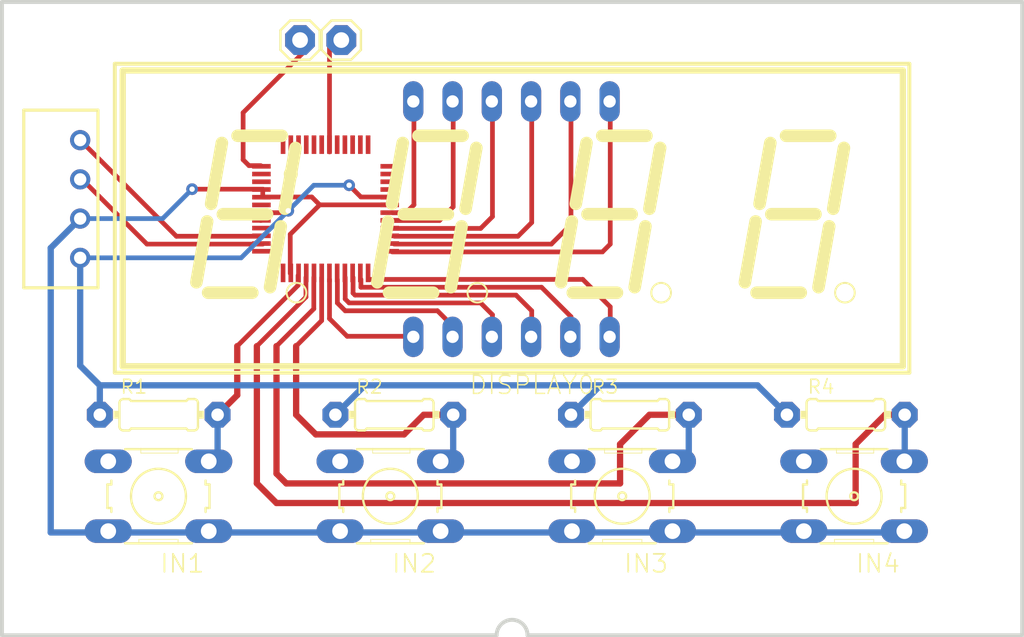
<source format=kicad_pcb>
(kicad_pcb (version 20241229) (generator "pcbnew") (generator_version "9.0")
  (layers (0 "F.Cu" signal) (2 "B.Cu" signal) (13 "F.Paste" user) (15 "B.Paste" user) (5 "F.SilkS" user "F.Silkscreen") (7 "B.SilkS" user "B.Silkscreen") (1 "F.Mask" user) (3 "B.Mask" user) (25 "Edge.Cuts" user))
  (net 0 "")
  (net 1 "S$1")
  (net 2 "S$2")
  (net 3 "S$3")
  (net 4 "S$4")
  (net 5 "S$5")
  (net 6 "S$7")
  (net 7 "S$8")
  (net 8 "S$9")
  (net 9 "S$10")
  (net 10 "S$12")
  (net 11 "S$16")
  (net 12 "S$17")
  (net 13 "S$18")
  (net 14 "S$19")
  (net 15 "S$6")
  (net 16 "S$14")
  (net 17 "S$15")
  (net 18 "S$20")
  (net 19 "S$21")
  (net 20 "S$22")
  (net 21 "S$23")
  (net 22 "S$24")
  (footprint "DisplayDin:0204_7_420" (layer "F.Cu") (at 170.0911 111.2286)
    (property "Reference" "R4" (at -2.54 -1.2954 0) (layer "F.SilkS") (effects (font (size 0.885993 0.885993) (thickness 0.104607)) (justify left bottom)))
    (property "Value" "")
    (fp_line (start -2.54 0.762) (end -2.54 -0.762) (stroke (width 0.1524)) (layer "F.SilkS"))
    (fp_line (start -2.286 -1.016) (end -1.905 -1.016) (stroke (width 0.1524)) (layer "F.SilkS"))
    (fp_line (start -2.286 1.016) (end -1.905 1.016) (stroke (width 0.1524)) (layer "F.SilkS"))
    (fp_line (start -1.778 -0.889) (end -1.905 -1.016) (stroke (width 0.1524)) (layer "F.SilkS"))
    (fp_line (start -1.778 0.889) (end -1.905 1.016) (stroke (width 0.1524)) (layer "F.SilkS"))
    (fp_line (start 1.778 -0.889) (end -1.778 -0.889) (stroke (width 0.1524)) (layer "F.SilkS"))
    (fp_line (start 1.778 -0.889) (end 1.905 -1.016) (stroke (width 0.1524)) (layer "F.SilkS"))
    (fp_line (start 1.778 0.889) (end -1.778 0.889) (stroke (width 0.1524)) (layer "F.SilkS"))
    (fp_line (start 1.778 0.889) (end 1.905 1.016) (stroke (width 0.1524)) (layer "F.SilkS"))
    (fp_line (start 2.286 -1.016) (end 1.905 -1.016) (stroke (width 0.1524)) (layer "F.SilkS"))
    (fp_line (start 2.286 1.016) (end 1.905 1.016) (stroke (width 0.1524)) (layer "F.SilkS"))
    (fp_line (start 2.54 0.762) (end 2.54 -0.762) (stroke (width 0.1524)) (layer "F.SilkS"))
    (fp_arc (start -2.54 -0.762) (mid -2.465605 -0.941605) (end -2.286 -1.016) (stroke (width 0.1524)) (layer "F.SilkS"))
    (fp_arc (start -2.286 1.016) (mid -2.465605 0.941605) (end -2.54 0.762) (stroke (width 0.1524)) (layer "F.SilkS"))
    (fp_arc (start 2.286 -1.016) (mid 2.465605 -0.941605) (end 2.54 -0.762) (stroke (width 0.1524)) (layer "F.SilkS"))
    (fp_arc (start 2.54 0.762) (mid 2.465605 0.941605) (end 2.286 1.016) (stroke (width 0.1524)) (layer "F.SilkS"))
    (fp_poly (pts (xy -2.921 0.254) (xy -2.54 0.254) (xy -2.54 -0.254) (xy -2.921 -0.254)) (fill yes) (layer "F.SilkS"))
    (fp_poly (pts (xy 2.54 0.254) (xy 2.921 0.254) (xy 2.921 -0.254) (xy 2.54 -0.254)) (fill yes) (layer "F.SilkS"))
    (pad "1" thru_hole roundrect (at -3.81 0) (size 1.6764 1.6764) (drill 0.8128) (layers "*.Cu" "*.Mask") (chamfer_ratio 0.2928932188) (chamfer top_left top_right bottom_left bottom_right) (net 5 "S$5"))
    (pad "2" thru_hole roundrect (at 3.81 0) (size 1.6764 1.6764) (drill 0.8128) (layers "*.Cu" "*.Mask") (chamfer_ratio 0.2928932188) (chamfer top_left top_right bottom_left bottom_right) (net 4 "S$4"))
  )
  (footprint "DisplayDin:B3F-10XX_220454" (layer "F.Cu") (at 170.6261 116.5036 180)
    (property "Reference" "IN4" (at -3.048 -3.683 0) (layer "F.SilkS") (effects (font (size 1.1557 1.1557) (thickness 0.1143)) (justify right top)))
    (property "Value" "")
    (fp_line (start 3.302 0.762) (end 3.302 -0.762) (stroke (width 0.1524)) (layer "F.SilkS"))
    (fp_line (start 3.302 0.762) (end 3.048 0.762) (stroke (width 0.1524)) (layer "F.SilkS"))
    (fp_line (start 3.048 0.762) (end 3.048 1.016) (stroke (width 0.1524)) (layer "F.SilkS"))
    (fp_line (start 3.048 -0.762) (end 3.302 -0.762) (stroke (width 0.1524)) (layer "F.SilkS"))
    (fp_line (start 3.048 -0.762) (end 3.048 -1.016) (stroke (width 0.1524)) (layer "F.SilkS"))
    (fp_line (start 2.159 -3.048) (end 1.27 -3.048) (stroke (width 0.1524)) (layer "F.SilkS"))
    (fp_line (start 1.27 -2.794) (end 1.27 -3.048) (stroke (width 0.0508)) (layer "F.SilkS"))
    (fp_line (start 1.27 -2.794) (end -1.27 -2.794) (stroke (width 0.0508)) (layer "F.SilkS"))
    (fp_line (start 1.27 -3.048) (end -1.27 -3.048) (stroke (width 0.1524)) (layer "F.SilkS"))
    (fp_line (start 1.143 3.048) (end 2.159 3.048) (stroke (width 0.1524)) (layer "F.SilkS"))
    (fp_line (start 1.143 2.794) (end 1.143 3.048) (stroke (width 0.0508)) (layer "F.SilkS"))
    (fp_line (start 1.143 2.794) (end -1.27 2.794) (stroke (width 0.0508)) (layer "F.SilkS"))
    (fp_line (start -1.27 3.048) (end 1.143 3.048) (stroke (width 0.1524)) (layer "F.SilkS"))
    (fp_line (start -1.27 2.794) (end -1.27 3.048) (stroke (width 0.0508)) (layer "F.SilkS"))
    (fp_line (start -1.27 -3.048) (end -1.27 -2.794) (stroke (width 0.0508)) (layer "F.SilkS"))
    (fp_line (start -1.27 -3.048) (end -2.159 -3.048) (stroke (width 0.1524)) (layer "F.SilkS"))
    (fp_line (start -2.159 3.048) (end -1.27 3.048) (stroke (width 0.1524)) (layer "F.SilkS"))
    (fp_line (start -3.048 0.762) (end -3.048 1.016) (stroke (width 0.1524)) (layer "F.SilkS"))
    (fp_line (start -3.048 0.762) (end -3.302 0.762) (stroke (width 0.1524)) (layer "F.SilkS"))
    (fp_line (start -3.048 -0.762) (end -3.048 -1.016) (stroke (width 0.1524)) (layer "F.SilkS"))
    (fp_line (start -3.302 -0.762) (end -3.048 -0.762) (stroke (width 0.1524)) (layer "F.SilkS"))
    (fp_line (start -3.302 -0.762) (end -3.302 0.762) (stroke (width 0.1524)) (layer "F.SilkS"))
    (fp_circle (center 0 0) (end 1.778 0) (stroke (width 0.1524)) (fill no) (layer "F.SilkS"))
    (fp_circle (center 0 0) (end 0.254 0) (stroke (width 0.1524)) (fill no) (layer "F.SilkS"))
    (pad "1" thru_hole oval (at -3.2512 -2.2606 180) (size 3.048 1.524) (drill 1.016) (layers "*.Cu" "*.Mask"))
    (pad "2" thru_hole oval (at 3.2512 -2.2606 180) (size 3.048 1.524) (drill 1.016) (layers "*.Cu" "*.Mask"))
    (pad "3" thru_hole oval (at -3.2512 2.2606 180) (size 3.048 1.524) (drill 1.016) (layers "*.Cu" "*.Mask"))
    (pad "4" thru_hole oval (at 3.2512 2.2606 180) (size 3.048 1.524) (drill 1.016) (layers "*.Cu" "*.Mask"))
  )
  (footprint "DisplayDin:4DIG_7SEG_056" (layer "F.Cu") (at 143.1261 94.7536)
    (property "Reference" "DISPLAY0" (at 2.54 15.24 0) (layer "F.SilkS") (effects (font (size 1.176528 1.176528) (thickness 0.093472)) (justify left bottom)))
    (property "Value" "" (hide yes))
    (fp_line (start -19.812 -5.815) (end -19.812 13.335) (stroke (width 0.4064)) (layer "F.SilkS"))
    (fp_line (start -19.812 13.335) (end 30.655 13.335) (stroke (width 0.4064)) (layer "F.SilkS"))
    (fp_line (start -15.046062 7.898906) (end -14.351468 3.959678) (stroke (width 0.8128)) (layer "F.SilkS"))
    (fp_line (start -14.2875 8.5725) (end -11.43 8.5725) (stroke (width 0.8128)) (layer "F.SilkS"))
    (fp_line (start -14.093562 2.818906) (end -13.398968 -1.120321) (stroke (width 0.8128)) (layer "F.SilkS"))
    (fp_line (start -13.335 3.4925) (end -10.4775 3.4925) (stroke (width 0.8128)) (layer "F.SilkS"))
    (fp_line (start -12.3825 -1.5875) (end -9.525 -1.5875) (stroke (width 0.8128)) (layer "F.SilkS"))
    (fp_line (start -10.283562 8.216406) (end -9.588968 4.277178) (stroke (width 0.8128)) (layer "F.SilkS"))
    (fp_line (start -9.331062 3.136406) (end -8.636468 -0.802821) (stroke (width 0.8128)) (layer "F.SilkS"))
    (fp_line (start -3.346062 7.898906) (end -2.651468 3.959678) (stroke (width 0.8128)) (layer "F.SilkS"))
    (fp_line (start -2.5875 8.5725) (end 0.27 8.5725) (stroke (width 0.8128)) (layer "F.SilkS"))
    (fp_line (start -2.393562 2.818906) (end -1.698968 -1.120321) (stroke (width 0.8128)) (layer "F.SilkS"))
    (fp_line (start -1.635 3.4925) (end 1.2225 3.4925) (stroke (width 0.8128)) (layer "F.SilkS"))
    (fp_line (start -0.6825 -1.5875) (end 2.175 -1.5875) (stroke (width 0.8128)) (layer "F.SilkS"))
    (fp_line (start 1.416437 8.216406) (end 2.111031 4.277178) (stroke (width 0.8128)) (layer "F.SilkS"))
    (fp_line (start 2.368937 3.136406) (end 3.063531 -0.802821) (stroke (width 0.8128)) (layer "F.SilkS"))
    (fp_line (start 8.543937 7.898906) (end 9.238531 3.959678) (stroke (width 0.8128)) (layer "F.SilkS"))
    (fp_line (start 9.3025 8.5725) (end 12.16 8.5725) (stroke (width 0.8128)) (layer "F.SilkS"))
    (fp_line (start 9.496437 2.818906) (end 10.191031 -1.120321) (stroke (width 0.8128)) (layer "F.SilkS"))
    (fp_line (start 10.255 3.4925) (end 13.1125 3.4925) (stroke (width 0.8128)) (layer "F.SilkS"))
    (fp_line (start 11.2075 -1.5875) (end 14.065 -1.5875) (stroke (width 0.8128)) (layer "F.SilkS"))
    (fp_line (start 13.306437 8.216406) (end 14.001031 4.277178) (stroke (width 0.8128)) (layer "F.SilkS"))
    (fp_line (start 14.258937 3.136406) (end 14.953531 -0.802821) (stroke (width 0.8128)) (layer "F.SilkS"))
    (fp_line (start 20.433937 7.898906) (end 21.128531 3.959678) (stroke (width 0.8128)) (layer "F.SilkS"))
    (fp_line (start 21.1925 8.5725) (end 24.05 8.5725) (stroke (width 0.8128)) (layer "F.SilkS"))
    (fp_line (start 21.386437 2.818906) (end 22.081031 -1.120321) (stroke (width 0.8128)) (layer "F.SilkS"))
    (fp_line (start 22.145 3.4925) (end 25.0025 3.4925) (stroke (width 0.8128)) (layer "F.SilkS"))
    (fp_line (start 23.0975 -1.5875) (end 25.955 -1.5875) (stroke (width 0.8128)) (layer "F.SilkS"))
    (fp_line (start 25.196437 8.216406) (end 25.891031 4.277178) (stroke (width 0.8128)) (layer "F.SilkS"))
    (fp_line (start 26.148937 3.136406) (end 26.843531 -0.802821) (stroke (width 0.8128)) (layer "F.SilkS"))
    (fp_line (start 30.655 -5.815) (end -19.812 -5.815) (stroke (width 0.4064)) (layer "F.SilkS"))
    (fp_line (start 30.655 13.335) (end 30.655 -5.815) (stroke (width 0.4064)) (layer "F.SilkS"))
    (fp_circle (center -8.5725 8.5725) (end -7.9375 8.5725) (stroke (width 0.127)) (fill no) (layer "F.SilkS"))
    (fp_circle (center 3.1275 8.5725) (end 3.7625 8.5725) (stroke (width 0.127)) (fill no) (layer "F.SilkS"))
    (fp_circle (center 15.0175 8.5725) (end 15.6525 8.5725) (stroke (width 0.127)) (fill no) (layer "F.SilkS"))
    (fp_circle (center 26.9075 8.5725) (end 27.5425 8.5725) (stroke (width 0.127)) (fill no) (layer "F.SilkS"))
    (pad "1" thru_hole oval (at -1.016 11.43 90) (size 2.616 1.308) (drill 0.8) (layers "*.Cu" "*.Mask"))
    (pad "2" thru_hole oval (at 1.524 11.43 90) (size 2.616 1.308) (drill 0.8) (layers "*.Cu" "*.Mask"))
    (pad "3" thru_hole oval (at 4.064 11.43 90) (size 2.616 1.308) (drill 0.8) (layers "*.Cu" "*.Mask"))
    (pad "4" thru_hole oval (at 6.604 11.43 90) (size 2.616 1.308) (drill 0.8) (layers "*.Cu" "*.Mask"))
    (pad "5" thru_hole oval (at 9.144 11.43 90) (size 2.616 1.308) (drill 0.8) (layers "*.Cu" "*.Mask"))
    (pad "6" thru_hole oval (at 11.684 11.43 90) (size 2.616 1.308) (drill 0.8) (layers "*.Cu" "*.Mask"))
    (pad "9" thru_hole oval (at 11.684 -3.81 90) (size 2.616 1.308) (drill 0.8) (layers "*.Cu" "*.Mask"))
    (pad "10" thru_hole oval (at 9.144 -3.81 270) (size 2.616 1.308) (drill 0.8) (layers "*.Cu" "*.Mask"))
    (pad "11" thru_hole oval (at 6.604 -3.81 270) (size 2.616 1.308) (drill 0.8) (layers "*.Cu" "*.Mask"))
    (pad "12" thru_hole oval (at 4.064 -3.81 270) (size 2.616 1.308) (drill 0.8) (layers "*.Cu" "*.Mask"))
    (pad "13" thru_hole oval (at 1.524 -3.81 270) (size 2.616 1.308) (drill 0.8) (layers "*.Cu" "*.Mask"))
    (pad "14" thru_hole oval (at -1.016 -3.81 270) (size 2.616 1.308) (drill 0.8) (layers "*.Cu" "*.Mask"))
  )
  (footprint "DisplayDin:TQFP48_7X7_230" (layer "F.Cu") (at 136.4361 97.8936 -90)
    (property "Reference" "E$1" (hide yes))
    (property "Value" "")
    (fp_circle (center -2.2499 2.2499) (end -1.8965 2.2499) (stroke (width 0.2032)) (fill no) (layer "F.SilkS"))
    (pad "1" smd rect (at -2.75 4.15 270) (size 0.3 1.2) (layers "F.Cu" "F.Mask" "F.Paste"))
    (pad "2" smd rect (at -2.25 4.15 270) (size 0.3 1.2) (layers "F.Cu" "F.Mask" "F.Paste"))
    (pad "3" smd rect (at -1.75 4.15 270) (size 0.3 1.2) (layers "F.Cu" "F.Mask" "F.Paste"))
    (pad "4" smd rect (at -1.25 4.15 270) (size 0.3 1.2) (layers "F.Cu" "F.Mask" "F.Paste"))
    (pad "5" smd rect (at -0.75 4.15 270) (size 0.3 1.2) (layers "F.Cu" "F.Mask" "F.Paste"))
    (pad "6" smd rect (at -0.25 4.15 270) (size 0.3 1.2) (layers "F.Cu" "F.Mask" "F.Paste"))
    (pad "7" smd rect (at 0.25 4.15 270) (size 0.3 1.2) (layers "F.Cu" "F.Mask" "F.Paste"))
    (pad "8" smd rect (at 0.75 4.15 270) (size 0.3 1.2) (layers "F.Cu" "F.Mask" "F.Paste"))
    (pad "9" smd rect (at 1.25 4.15 270) (size 0.3 1.2) (layers "F.Cu" "F.Mask" "F.Paste"))
    (pad "10" smd rect (at 1.75 4.15 270) (size 0.3 1.2) (layers "F.Cu" "F.Mask" "F.Paste"))
    (pad "11" smd rect (at 2.25 4.15 270) (size 0.3 1.2) (layers "F.Cu" "F.Mask" "F.Paste"))
    (pad "12" smd rect (at 2.75 4.15 270) (size 0.3 1.2) (layers "F.Cu" "F.Mask" "F.Paste"))
    (pad "13" smd rect (at 4.15 2.75 270) (size 1.2 0.3) (layers "F.Cu" "F.Mask" "F.Paste"))
    (pad "14" smd rect (at 4.15 2.25 270) (size 1.2 0.3) (layers "F.Cu" "F.Mask" "F.Paste"))
    (pad "15" smd rect (at 4.15 1.75 270) (size 1.2 0.3) (layers "F.Cu" "F.Mask" "F.Paste"))
    (pad "16" smd rect (at 4.15 1.25 270) (size 1.2 0.3) (layers "F.Cu" "F.Mask" "F.Paste"))
    (pad "17" smd rect (at 4.15 0.75 270) (size 1.2 0.3) (layers "F.Cu" "F.Mask" "F.Paste"))
    (pad "18" smd rect (at 4.15 0.25 270) (size 1.2 0.3) (layers "F.Cu" "F.Mask" "F.Paste"))
    (pad "19" smd rect (at 4.15 -0.25 270) (size 1.2 0.3) (layers "F.Cu" "F.Mask" "F.Paste"))
    (pad "20" smd rect (at 4.15 -0.75 270) (size 1.2 0.3) (layers "F.Cu" "F.Mask" "F.Paste"))
    (pad "21" smd rect (at 4.15 -1.25 270) (size 1.2 0.3) (layers "F.Cu" "F.Mask" "F.Paste"))
    (pad "22" smd rect (at 4.15 -1.75 270) (size 1.2 0.3) (layers "F.Cu" "F.Mask" "F.Paste"))
    (pad "23" smd rect (at 4.15 -2.25 270) (size 1.2 0.3) (layers "F.Cu" "F.Mask" "F.Paste"))
    (pad "24" smd rect (at 4.15 -2.75 270) (size 1.2 0.3) (layers "F.Cu" "F.Mask" "F.Paste"))
    (pad "25" smd rect (at 2.75 -4.15 270) (size 0.3 1.2) (layers "F.Cu" "F.Mask" "F.Paste"))
    (pad "26" smd rect (at 2.25 -4.15 270) (size 0.3 1.2) (layers "F.Cu" "F.Mask" "F.Paste"))
    (pad "27" smd rect (at 1.75 -4.15 270) (size 0.3 1.2) (layers "F.Cu" "F.Mask" "F.Paste"))
    (pad "28" smd rect (at 1.25 -4.15 270) (size 0.3 1.2) (layers "F.Cu" "F.Mask" "F.Paste"))
    (pad "29" smd rect (at 0.75 -4.15 270) (size 0.3 1.2) (layers "F.Cu" "F.Mask" "F.Paste"))
    (pad "30" smd rect (at 0.25 -4.15 270) (size 0.3 1.2) (layers "F.Cu" "F.Mask" "F.Paste"))
    (pad "31" smd rect (at -0.25 -4.15 270) (size 0.3 1.2) (layers "F.Cu" "F.Mask" "F.Paste"))
    (pad "32" smd rect (at -0.75 -4.15 270) (size 0.3 1.2) (layers "F.Cu" "F.Mask" "F.Paste"))
    (pad "33" smd rect (at -1.25 -4.15 270) (size 0.3 1.2) (layers "F.Cu" "F.Mask" "F.Paste"))
    (pad "34" smd rect (at -1.75 -4.15 270) (size 0.3 1.2) (layers "F.Cu" "F.Mask" "F.Paste"))
    (pad "35" smd rect (at -2.25 -4.15 270) (size 0.3 1.2) (layers "F.Cu" "F.Mask" "F.Paste"))
    (pad "36" smd rect (at -2.75 -4.15 270) (size 0.3 1.2) (layers "F.Cu" "F.Mask" "F.Paste"))
    (pad "37" smd rect (at -4.15 -2.75 270) (size 1.2 0.3) (layers "F.Cu" "F.Mask" "F.Paste"))
    (pad "38" smd rect (at -4.15 -2.25 270) (size 1.2 0.3) (layers "F.Cu" "F.Mask" "F.Paste"))
    (pad "39" smd rect (at -4.15 -1.75 270) (size 1.2 0.3) (layers "F.Cu" "F.Mask" "F.Paste"))
    (pad "40" smd rect (at -4.15 -1.25 270) (size 1.2 0.3) (layers "F.Cu" "F.Mask" "F.Paste"))
    (pad "41" smd rect (at -4.15 -0.75 270) (size 1.2 0.3) (layers "F.Cu" "F.Mask" "F.Paste"))
    (pad "42" smd rect (at -4.15 -0.25 270) (size 1.2 0.3) (layers "F.Cu" "F.Mask" "F.Paste"))
    (pad "43" smd rect (at -4.15 0.25 270) (size 1.2 0.3) (layers "F.Cu" "F.Mask" "F.Paste"))
    (pad "44" smd rect (at -4.15 0.75 270) (size 1.2 0.3) (layers "F.Cu" "F.Mask" "F.Paste"))
    (pad "45" smd rect (at -4.15 1.25 270) (size 1.2 0.3) (layers "F.Cu" "F.Mask" "F.Paste"))
    (pad "46" smd rect (at -4.15 1.75 270) (size 1.2 0.3) (layers "F.Cu" "F.Mask" "F.Paste"))
    (pad "47" smd rect (at -4.15 2.25 270) (size 1.2 0.3) (layers "F.Cu" "F.Mask" "F.Paste"))
    (pad "48" smd rect (at -4.15 2.75 270) (size 1.2 0.3) (layers "F.Cu" "F.Mask" "F.Paste"))
  )
  (footprint "DisplayDin:B3F-10XX_220454" (layer "F.Cu") (at 125.6261 116.5036 180)
    (property "Reference" "IN1" (at -3.048 -3.683 0) (layer "F.SilkS") (effects (font (size 1.1557 1.1557) (thickness 0.1143)) (justify right top)))
    (property "Value" "")
    (fp_line (start 3.302 0.762) (end 3.302 -0.762) (stroke (width 0.1524)) (layer "F.SilkS"))
    (fp_line (start 3.302 0.762) (end 3.048 0.762) (stroke (width 0.1524)) (layer "F.SilkS"))
    (fp_line (start 3.048 0.762) (end 3.048 1.016) (stroke (width 0.1524)) (layer "F.SilkS"))
    (fp_line (start 3.048 -0.762) (end 3.302 -0.762) (stroke (width 0.1524)) (layer "F.SilkS"))
    (fp_line (start 3.048 -0.762) (end 3.048 -1.016) (stroke (width 0.1524)) (layer "F.SilkS"))
    (fp_line (start 2.159 -3.048) (end 1.27 -3.048) (stroke (width 0.1524)) (layer "F.SilkS"))
    (fp_line (start 1.27 -2.794) (end 1.27 -3.048) (stroke (width 0.0508)) (layer "F.SilkS"))
    (fp_line (start 1.27 -2.794) (end -1.27 -2.794) (stroke (width 0.0508)) (layer "F.SilkS"))
    (fp_line (start 1.27 -3.048) (end -1.27 -3.048) (stroke (width 0.1524)) (layer "F.SilkS"))
    (fp_line (start 1.143 3.048) (end 2.159 3.048) (stroke (width 0.1524)) (layer "F.SilkS"))
    (fp_line (start 1.143 2.794) (end 1.143 3.048) (stroke (width 0.0508)) (layer "F.SilkS"))
    (fp_line (start 1.143 2.794) (end -1.27 2.794) (stroke (width 0.0508)) (layer "F.SilkS"))
    (fp_line (start -1.27 3.048) (end 1.143 3.048) (stroke (width 0.1524)) (layer "F.SilkS"))
    (fp_line (start -1.27 2.794) (end -1.27 3.048) (stroke (width 0.0508)) (layer "F.SilkS"))
    (fp_line (start -1.27 -3.048) (end -1.27 -2.794) (stroke (width 0.0508)) (layer "F.SilkS"))
    (fp_line (start -1.27 -3.048) (end -2.159 -3.048) (stroke (width 0.1524)) (layer "F.SilkS"))
    (fp_line (start -2.159 3.048) (end -1.27 3.048) (stroke (width 0.1524)) (layer "F.SilkS"))
    (fp_line (start -3.048 0.762) (end -3.048 1.016) (stroke (width 0.1524)) (layer "F.SilkS"))
    (fp_line (start -3.048 0.762) (end -3.302 0.762) (stroke (width 0.1524)) (layer "F.SilkS"))
    (fp_line (start -3.048 -0.762) (end -3.048 -1.016) (stroke (width 0.1524)) (layer "F.SilkS"))
    (fp_line (start -3.302 -0.762) (end -3.048 -0.762) (stroke (width 0.1524)) (layer "F.SilkS"))
    (fp_line (start -3.302 -0.762) (end -3.302 0.762) (stroke (width 0.1524)) (layer "F.SilkS"))
    (fp_circle (center 0 0) (end 1.778 0) (stroke (width 0.1524)) (fill no) (layer "F.SilkS"))
    (fp_circle (center 0 0) (end 0.254 0) (stroke (width 0.1524)) (fill no) (layer "F.SilkS"))
    (pad "1" thru_hole oval (at -3.2512 -2.2606 180) (size 3.048 1.524) (drill 1.016) (layers "*.Cu" "*.Mask"))
    (pad "2" thru_hole oval (at 3.2512 -2.2606 180) (size 3.048 1.524) (drill 1.016) (layers "*.Cu" "*.Mask"))
    (pad "3" thru_hole oval (at -3.2512 2.2606 180) (size 3.048 1.524) (drill 1.016) (layers "*.Cu" "*.Mask"))
    (pad "4" thru_hole oval (at 3.2512 2.2606 180) (size 3.048 1.524) (drill 1.016) (layers "*.Cu" "*.Mask"))
  )
  (footprint "DisplayDin:B3F-10XX_220454" (layer "F.Cu") (at 155.6261 116.5036 180)
    (property "Reference" "IN3" (at -3.048 -3.683 0) (layer "F.SilkS") (effects (font (size 1.1557 1.1557) (thickness 0.1143)) (justify right top)))
    (property "Value" "")
    (fp_line (start 3.302 0.762) (end 3.302 -0.762) (stroke (width 0.1524)) (layer "F.SilkS"))
    (fp_line (start 3.302 0.762) (end 3.048 0.762) (stroke (width 0.1524)) (layer "F.SilkS"))
    (fp_line (start 3.048 0.762) (end 3.048 1.016) (stroke (width 0.1524)) (layer "F.SilkS"))
    (fp_line (start 3.048 -0.762) (end 3.302 -0.762) (stroke (width 0.1524)) (layer "F.SilkS"))
    (fp_line (start 3.048 -0.762) (end 3.048 -1.016) (stroke (width 0.1524)) (layer "F.SilkS"))
    (fp_line (start 2.159 -3.048) (end 1.27 -3.048) (stroke (width 0.1524)) (layer "F.SilkS"))
    (fp_line (start 1.27 -2.794) (end 1.27 -3.048) (stroke (width 0.0508)) (layer "F.SilkS"))
    (fp_line (start 1.27 -2.794) (end -1.27 -2.794) (stroke (width 0.0508)) (layer "F.SilkS"))
    (fp_line (start 1.27 -3.048) (end -1.27 -3.048) (stroke (width 0.1524)) (layer "F.SilkS"))
    (fp_line (start 1.143 3.048) (end 2.159 3.048) (stroke (width 0.1524)) (layer "F.SilkS"))
    (fp_line (start 1.143 2.794) (end 1.143 3.048) (stroke (width 0.0508)) (layer "F.SilkS"))
    (fp_line (start 1.143 2.794) (end -1.27 2.794) (stroke (width 0.0508)) (layer "F.SilkS"))
    (fp_line (start -1.27 3.048) (end 1.143 3.048) (stroke (width 0.1524)) (layer "F.SilkS"))
    (fp_line (start -1.27 2.794) (end -1.27 3.048) (stroke (width 0.0508)) (layer "F.SilkS"))
    (fp_line (start -1.27 -3.048) (end -1.27 -2.794) (stroke (width 0.0508)) (layer "F.SilkS"))
    (fp_line (start -1.27 -3.048) (end -2.159 -3.048) (stroke (width 0.1524)) (layer "F.SilkS"))
    (fp_line (start -2.159 3.048) (end -1.27 3.048) (stroke (width 0.1524)) (layer "F.SilkS"))
    (fp_line (start -3.048 0.762) (end -3.048 1.016) (stroke (width 0.1524)) (layer "F.SilkS"))
    (fp_line (start -3.048 0.762) (end -3.302 0.762) (stroke (width 0.1524)) (layer "F.SilkS"))
    (fp_line (start -3.048 -0.762) (end -3.048 -1.016) (stroke (width 0.1524)) (layer "F.SilkS"))
    (fp_line (start -3.302 -0.762) (end -3.048 -0.762) (stroke (width 0.1524)) (layer "F.SilkS"))
    (fp_line (start -3.302 -0.762) (end -3.302 0.762) (stroke (width 0.1524)) (layer "F.SilkS"))
    (fp_circle (center 0 0) (end 1.778 0) (stroke (width 0.1524)) (fill no) (layer "F.SilkS"))
    (fp_circle (center 0 0) (end 0.254 0) (stroke (width 0.1524)) (fill no) (layer "F.SilkS"))
    (pad "1" thru_hole oval (at -3.2512 -2.2606 180) (size 3.048 1.524) (drill 1.016) (layers "*.Cu" "*.Mask"))
    (pad "2" thru_hole oval (at 3.2512 -2.2606 180) (size 3.048 1.524) (drill 1.016) (layers "*.Cu" "*.Mask"))
    (pad "3" thru_hole oval (at -3.2512 2.2606 180) (size 3.048 1.524) (drill 1.016) (layers "*.Cu" "*.Mask"))
    (pad "4" thru_hole oval (at 3.2512 2.2606 180) (size 3.048 1.524) (drill 1.016) (layers "*.Cu" "*.Mask"))
  )
  (footprint "DisplayDin:B3F-10XX_220454" (layer "F.Cu") (at 140.6261 116.5036 180)
    (property "Reference" "IN2" (at -3.048 -3.683 0) (layer "F.SilkS") (effects (font (size 1.1557 1.1557) (thickness 0.1143)) (justify right top)))
    (property "Value" "")
    (fp_line (start 3.302 0.762) (end 3.302 -0.762) (stroke (width 0.1524)) (layer "F.SilkS"))
    (fp_line (start 3.302 0.762) (end 3.048 0.762) (stroke (width 0.1524)) (layer "F.SilkS"))
    (fp_line (start 3.048 0.762) (end 3.048 1.016) (stroke (width 0.1524)) (layer "F.SilkS"))
    (fp_line (start 3.048 -0.762) (end 3.302 -0.762) (stroke (width 0.1524)) (layer "F.SilkS"))
    (fp_line (start 3.048 -0.762) (end 3.048 -1.016) (stroke (width 0.1524)) (layer "F.SilkS"))
    (fp_line (start 2.159 -3.048) (end 1.27 -3.048) (stroke (width 0.1524)) (layer "F.SilkS"))
    (fp_line (start 1.27 -2.794) (end 1.27 -3.048) (stroke (width 0.0508)) (layer "F.SilkS"))
    (fp_line (start 1.27 -2.794) (end -1.27 -2.794) (stroke (width 0.0508)) (layer "F.SilkS"))
    (fp_line (start 1.27 -3.048) (end -1.27 -3.048) (stroke (width 0.1524)) (layer "F.SilkS"))
    (fp_line (start 1.143 3.048) (end 2.159 3.048) (stroke (width 0.1524)) (layer "F.SilkS"))
    (fp_line (start 1.143 2.794) (end 1.143 3.048) (stroke (width 0.0508)) (layer "F.SilkS"))
    (fp_line (start 1.143 2.794) (end -1.27 2.794) (stroke (width 0.0508)) (layer "F.SilkS"))
    (fp_line (start -1.27 3.048) (end 1.143 3.048) (stroke (width 0.1524)) (layer "F.SilkS"))
    (fp_line (start -1.27 2.794) (end -1.27 3.048) (stroke (width 0.0508)) (layer "F.SilkS"))
    (fp_line (start -1.27 -3.048) (end -1.27 -2.794) (stroke (width 0.0508)) (layer "F.SilkS"))
    (fp_line (start -1.27 -3.048) (end -2.159 -3.048) (stroke (width 0.1524)) (layer "F.SilkS"))
    (fp_line (start -2.159 3.048) (end -1.27 3.048) (stroke (width 0.1524)) (layer "F.SilkS"))
    (fp_line (start -3.048 0.762) (end -3.048 1.016) (stroke (width 0.1524)) (layer "F.SilkS"))
    (fp_line (start -3.048 0.762) (end -3.302 0.762) (stroke (width 0.1524)) (layer "F.SilkS"))
    (fp_line (start -3.048 -0.762) (end -3.048 -1.016) (stroke (width 0.1524)) (layer "F.SilkS"))
    (fp_line (start -3.302 -0.762) (end -3.048 -0.762) (stroke (width 0.1524)) (layer "F.SilkS"))
    (fp_line (start -3.302 -0.762) (end -3.302 0.762) (stroke (width 0.1524)) (layer "F.SilkS"))
    (fp_circle (center 0 0) (end 1.778 0) (stroke (width 0.1524)) (fill no) (layer "F.SilkS"))
    (fp_circle (center 0 0) (end 0.254 0) (stroke (width 0.1524)) (fill no) (layer "F.SilkS"))
    (pad "1" thru_hole oval (at -3.2512 -2.2606 180) (size 3.048 1.524) (drill 1.016) (layers "*.Cu" "*.Mask"))
    (pad "2" thru_hole oval (at 3.2512 -2.2606 180) (size 3.048 1.524) (drill 1.016) (layers "*.Cu" "*.Mask"))
    (pad "3" thru_hole oval (at -3.2512 2.2606 180) (size 3.048 1.524) (drill 1.016) (layers "*.Cu" "*.Mask"))
    (pad "4" thru_hole oval (at 3.2512 2.2606 180) (size 3.048 1.524) (drill 1.016) (layers "*.Cu" "*.Mask"))
  )
  (footprint "DisplayDin:0204_7_420" (layer "F.Cu") (at 156.1211 111.2286)
    (property "Reference" "R3" (at -2.54 -1.2954 0) (layer "F.SilkS") (effects (font (size 0.885993 0.885993) (thickness 0.104607)) (justify left bottom)))
    (property "Value" "")
    (fp_line (start -2.54 0.762) (end -2.54 -0.762) (stroke (width 0.1524)) (layer "F.SilkS"))
    (fp_line (start -2.286 -1.016) (end -1.905 -1.016) (stroke (width 0.1524)) (layer "F.SilkS"))
    (fp_line (start -2.286 1.016) (end -1.905 1.016) (stroke (width 0.1524)) (layer "F.SilkS"))
    (fp_line (start -1.778 -0.889) (end -1.905 -1.016) (stroke (width 0.1524)) (layer "F.SilkS"))
    (fp_line (start -1.778 0.889) (end -1.905 1.016) (stroke (width 0.1524)) (layer "F.SilkS"))
    (fp_line (start 1.778 -0.889) (end -1.778 -0.889) (stroke (width 0.1524)) (layer "F.SilkS"))
    (fp_line (start 1.778 -0.889) (end 1.905 -1.016) (stroke (width 0.1524)) (layer "F.SilkS"))
    (fp_line (start 1.778 0.889) (end -1.778 0.889) (stroke (width 0.1524)) (layer "F.SilkS"))
    (fp_line (start 1.778 0.889) (end 1.905 1.016) (stroke (width 0.1524)) (layer "F.SilkS"))
    (fp_line (start 2.286 -1.016) (end 1.905 -1.016) (stroke (width 0.1524)) (layer "F.SilkS"))
    (fp_line (start 2.286 1.016) (end 1.905 1.016) (stroke (width 0.1524)) (layer "F.SilkS"))
    (fp_line (start 2.54 0.762) (end 2.54 -0.762) (stroke (width 0.1524)) (layer "F.SilkS"))
    (fp_arc (start -2.54 -0.762) (mid -2.465605 -0.941605) (end -2.286 -1.016) (stroke (width 0.1524)) (layer "F.SilkS"))
    (fp_arc (start -2.286 1.016) (mid -2.465605 0.941605) (end -2.54 0.762) (stroke (width 0.1524)) (layer "F.SilkS"))
    (fp_arc (start 2.286 -1.016) (mid 2.465605 -0.941605) (end 2.54 -0.762) (stroke (width 0.1524)) (layer "F.SilkS"))
    (fp_arc (start 2.54 0.762) (mid 2.465605 0.941605) (end 2.286 1.016) (stroke (width 0.1524)) (layer "F.SilkS"))
    (fp_poly (pts (xy -2.921 0.254) (xy -2.54 0.254) (xy -2.54 -0.254) (xy -2.921 -0.254)) (fill yes) (layer "F.SilkS"))
    (fp_poly (pts (xy 2.54 0.254) (xy 2.921 0.254) (xy 2.921 -0.254) (xy 2.54 -0.254)) (fill yes) (layer "F.SilkS"))
    (pad "1" thru_hole roundrect (at -3.81 0) (size 1.6764 1.6764) (drill 0.8128) (layers "*.Cu" "*.Mask") (chamfer_ratio 0.2928932188) (chamfer top_left top_right bottom_left bottom_right) (net 5 "S$5"))
    (pad "2" thru_hole roundrect (at 3.81 0) (size 1.6764 1.6764) (drill 0.8128) (layers "*.Cu" "*.Mask") (chamfer_ratio 0.2928932188) (chamfer top_left top_right bottom_left bottom_right) (net 3 "S$3"))
  )
  (footprint "DisplayDin:0204_7_420" (layer "F.Cu") (at 125.6411 111.2286)
    (property "Reference" "R1" (at -2.54 -1.2954 0) (layer "F.SilkS") (effects (font (size 0.885993 0.885993) (thickness 0.104607)) (justify left bottom)))
    (property "Value" "")
    (fp_line (start -2.54 0.762) (end -2.54 -0.762) (stroke (width 0.1524)) (layer "F.SilkS"))
    (fp_line (start -2.286 -1.016) (end -1.905 -1.016) (stroke (width 0.1524)) (layer "F.SilkS"))
    (fp_line (start -2.286 1.016) (end -1.905 1.016) (stroke (width 0.1524)) (layer "F.SilkS"))
    (fp_line (start -1.778 -0.889) (end -1.905 -1.016) (stroke (width 0.1524)) (layer "F.SilkS"))
    (fp_line (start -1.778 0.889) (end -1.905 1.016) (stroke (width 0.1524)) (layer "F.SilkS"))
    (fp_line (start 1.778 -0.889) (end -1.778 -0.889) (stroke (width 0.1524)) (layer "F.SilkS"))
    (fp_line (start 1.778 -0.889) (end 1.905 -1.016) (stroke (width 0.1524)) (layer "F.SilkS"))
    (fp_line (start 1.778 0.889) (end -1.778 0.889) (stroke (width 0.1524)) (layer "F.SilkS"))
    (fp_line (start 1.778 0.889) (end 1.905 1.016) (stroke (width 0.1524)) (layer "F.SilkS"))
    (fp_line (start 2.286 -1.016) (end 1.905 -1.016) (stroke (width 0.1524)) (layer "F.SilkS"))
    (fp_line (start 2.286 1.016) (end 1.905 1.016) (stroke (width 0.1524)) (layer "F.SilkS"))
    (fp_line (start 2.54 0.762) (end 2.54 -0.762) (stroke (width 0.1524)) (layer "F.SilkS"))
    (fp_arc (start -2.54 -0.762) (mid -2.465605 -0.941605) (end -2.286 -1.016) (stroke (width 0.1524)) (layer "F.SilkS"))
    (fp_arc (start -2.286 1.016) (mid -2.465605 0.941605) (end -2.54 0.762) (stroke (width 0.1524)) (layer "F.SilkS"))
    (fp_arc (start 2.286 -1.016) (mid 2.465605 -0.941605) (end 2.54 -0.762) (stroke (width 0.1524)) (layer "F.SilkS"))
    (fp_arc (start 2.54 0.762) (mid 2.465605 0.941605) (end 2.286 1.016) (stroke (width 0.1524)) (layer "F.SilkS"))
    (fp_poly (pts (xy -2.921 0.254) (xy -2.54 0.254) (xy -2.54 -0.254) (xy -2.921 -0.254)) (fill yes) (layer "F.SilkS"))
    (fp_poly (pts (xy 2.54 0.254) (xy 2.921 0.254) (xy 2.921 -0.254) (xy 2.54 -0.254)) (fill yes) (layer "F.SilkS"))
    (pad "1" thru_hole roundrect (at -3.81 0) (size 1.6764 1.6764) (drill 0.8128) (layers "*.Cu" "*.Mask") (chamfer_ratio 0.2928932188) (chamfer top_left top_right bottom_left bottom_right) (net 5 "S$5"))
    (pad "2" thru_hole roundrect (at 3.81 0) (size 1.6764 1.6764) (drill 0.8128) (layers "*.Cu" "*.Mask") (chamfer_ratio 0.2928932188) (chamfer top_left top_right bottom_left bottom_right) (net 1 "S$1"))
  )
  (footprint "DisplayDin:1X01_420" (layer "F.Cu") (at 137.4521 86.9716)
    (property "Reference" "E$2" (hide yes))
    (property "Value" "")
    (fp_line (start -1.27 -0.635) (end -1.27 0.635) (stroke (width 0.1524)) (layer "F.SilkS"))
    (fp_line (start -1.27 0.635) (end -0.635 1.27) (stroke (width 0.1524)) (layer "F.SilkS"))
    (fp_line (start -0.635 -1.27) (end -1.27 -0.635) (stroke (width 0.1524)) (layer "F.SilkS"))
    (fp_line (start -0.635 -1.27) (end 0.635 -1.27) (stroke (width 0.1524)) (layer "F.SilkS"))
    (fp_line (start 0.635 -1.27) (end 1.27 -0.635) (stroke (width 0.1524)) (layer "F.SilkS"))
    (fp_line (start 0.635 1.27) (end -0.635 1.27) (stroke (width 0.1524)) (layer "F.SilkS"))
    (fp_line (start 1.27 -0.635) (end 1.27 0.635) (stroke (width 0.1524)) (layer "F.SilkS"))
    (fp_line (start 1.27 0.635) (end 0.635 1.27) (stroke (width 0.1524)) (layer "F.SilkS"))
    (pad "1" thru_hole roundrect (at 0 0) (size 1.9304 1.9304) (drill 1.016) (layers "*.Cu" "*.Mask") (chamfer_ratio 0.2928932188) (chamfer top_left top_right bottom_left bottom_right))
  )
  (footprint "DisplayDin:0204_7_420" (layer "F.Cu") (at 140.8811 111.2286)
    (property "Reference" "R2" (at -2.54 -1.2954 0) (layer "F.SilkS") (effects (font (size 0.885993 0.885993) (thickness 0.104607)) (justify left bottom)))
    (property "Value" "")
    (fp_line (start -2.54 0.762) (end -2.54 -0.762) (stroke (width 0.1524)) (layer "F.SilkS"))
    (fp_line (start -2.286 -1.016) (end -1.905 -1.016) (stroke (width 0.1524)) (layer "F.SilkS"))
    (fp_line (start -2.286 1.016) (end -1.905 1.016) (stroke (width 0.1524)) (layer "F.SilkS"))
    (fp_line (start -1.778 -0.889) (end -1.905 -1.016) (stroke (width 0.1524)) (layer "F.SilkS"))
    (fp_line (start -1.778 0.889) (end -1.905 1.016) (stroke (width 0.1524)) (layer "F.SilkS"))
    (fp_line (start 1.778 -0.889) (end -1.778 -0.889) (stroke (width 0.1524)) (layer "F.SilkS"))
    (fp_line (start 1.778 -0.889) (end 1.905 -1.016) (stroke (width 0.1524)) (layer "F.SilkS"))
    (fp_line (start 1.778 0.889) (end -1.778 0.889) (stroke (width 0.1524)) (layer "F.SilkS"))
    (fp_line (start 1.778 0.889) (end 1.905 1.016) (stroke (width 0.1524)) (layer "F.SilkS"))
    (fp_line (start 2.286 -1.016) (end 1.905 -1.016) (stroke (width 0.1524)) (layer "F.SilkS"))
    (fp_line (start 2.286 1.016) (end 1.905 1.016) (stroke (width 0.1524)) (layer "F.SilkS"))
    (fp_line (start 2.54 0.762) (end 2.54 -0.762) (stroke (width 0.1524)) (layer "F.SilkS"))
    (fp_arc (start -2.54 -0.762) (mid -2.465605 -0.941605) (end -2.286 -1.016) (stroke (width 0.1524)) (layer "F.SilkS"))
    (fp_arc (start -2.286 1.016) (mid -2.465605 0.941605) (end -2.54 0.762) (stroke (width 0.1524)) (layer "F.SilkS"))
    (fp_arc (start 2.286 -1.016) (mid 2.465605 -0.941605) (end 2.54 -0.762) (stroke (width 0.1524)) (layer "F.SilkS"))
    (fp_arc (start 2.54 0.762) (mid 2.465605 0.941605) (end 2.286 1.016) (stroke (width 0.1524)) (layer "F.SilkS"))
    (fp_poly (pts (xy -2.921 0.254) (xy -2.54 0.254) (xy -2.54 -0.254) (xy -2.921 -0.254)) (fill yes) (layer "F.SilkS"))
    (fp_poly (pts (xy 2.54 0.254) (xy 2.921 0.254) (xy 2.921 -0.254) (xy 2.54 -0.254)) (fill yes) (layer "F.SilkS"))
    (pad "1" thru_hole roundrect (at -3.81 0) (size 1.6764 1.6764) (drill 0.8128) (layers "*.Cu" "*.Mask") (chamfer_ratio 0.2928932188) (chamfer top_left top_right bottom_left bottom_right) (net 5 "S$5"))
    (pad "2" thru_hole roundrect (at 3.81 0) (size 1.6764 1.6764) (drill 0.8128) (layers "*.Cu" "*.Mask") (chamfer_ratio 0.2928932188) (chamfer top_left top_right bottom_left bottom_right) (net 2 "S$2"))
  )
  (footprint "DisplayDin:4SIL_208" (layer "F.Cu") (at 120.5611 97.2586 90)
    (property "Reference" "CONN0" (hide yes))
    (property "Value" "")
    (fp_line (start 5.75 -3.65) (end 5.75 1.15) (stroke (width 0.2032)) (layer "F.SilkS"))
    (fp_line (start -5.75 -3.65) (end 5.75 -3.65) (stroke (width 0.2032)) (layer "F.SilkS"))
    (fp_line (start 5.75 1.15) (end -5.75 1.15) (stroke (width 0.2032)) (layer "F.SilkS"))
    (fp_line (start -5.75 1.15) (end -5.75 -3.65) (stroke (width 0.2032)) (layer "F.SilkS"))
    (pad "1" thru_hole circle (at -3.81 0 90) (size 1.308 1.308) (drill 0.8) (layers "*.Cu" "*.Mask") (net 5 "S$5"))
    (pad "2" thru_hole circle (at -1.27 0 90) (size 1.308 1.308) (drill 0.8) (layers "*.Cu" "*.Mask") (net 10 "S$12"))
    (pad "3" thru_hole circle (at 1.27 0 90) (size 1.308 1.308) (drill 0.8) (layers "*.Cu" "*.Mask"))
    (pad "4" thru_hole circle (at 3.81 0 90) (size 1.308 1.308) (drill 0.8) (layers "*.Cu" "*.Mask") (net 9 "S$10"))
  )
  (footprint "DisplayDin:1X01_420" (layer "F.Cu") (at 134.7851 86.9716)
    (property "Reference" "E$3" (hide yes))
    (property "Value" "")
    (fp_line (start -1.27 -0.635) (end -1.27 0.635) (stroke (width 0.1524)) (layer "F.SilkS"))
    (fp_line (start -1.27 0.635) (end -0.635 1.27) (stroke (width 0.1524)) (layer "F.SilkS"))
    (fp_line (start -0.635 -1.27) (end -1.27 -0.635) (stroke (width 0.1524)) (layer "F.SilkS"))
    (fp_line (start -0.635 -1.27) (end 0.635 -1.27) (stroke (width 0.1524)) (layer "F.SilkS"))
    (fp_line (start 0.635 -1.27) (end 1.27 -0.635) (stroke (width 0.1524)) (layer "F.SilkS"))
    (fp_line (start 0.635 1.27) (end -0.635 1.27) (stroke (width 0.1524)) (layer "F.SilkS"))
    (fp_line (start 1.27 -0.635) (end 1.27 0.635) (stroke (width 0.1524)) (layer "F.SilkS"))
    (fp_line (start 1.27 0.635) (end 0.635 1.27) (stroke (width 0.1524)) (layer "F.SilkS"))
    (pad "1" thru_hole roundrect (at 0 0) (size 1.9304 1.9304) (drill 1.016) (layers "*.Cu" "*.Mask") (chamfer_ratio 0.2928932188) (chamfer top_left top_right bottom_left bottom_right))
  )
  (gr_line (start 122.8011 88.5036) (end 174.2011 88.5036) (stroke (width 0.254)) (layer "F.SilkS"))
  (gr_line (start 174.2011 88.5036) (end 174.2011 108.5036) (stroke (width 0.254)) (layer "F.SilkS"))
  (gr_line (start 122.8011 108.5036) (end 122.8011 88.5036) (stroke (width 0.254)) (layer "F.SilkS"))
  (gr_line (start 174.2011 108.5036) (end 122.8011 108.5036) (stroke (width 0.254)) (layer "F.SilkS"))
  (gr_line (start 115.5011 84.5036) (end 115.5011 125.5036) (stroke (width 0.254)) (layer "Edge.Cuts"))
  (gr_line (start 115.5011 125.5036) (end 147.5011 125.5036) (stroke (width 0.254)) (layer "Edge.Cuts"))
  (gr_arc (start 147.5011 125.5036) (mid 148.5011 124.5036) (end 149.5011 125.5036) (stroke (width 0.254)) (layer "Edge.Cuts"))
  (gr_line (start 181.5011 84.5036) (end 115.5011 84.5036) (stroke (width 0.254)) (layer "Edge.Cuts"))
  (gr_line (start 149.5011 125.5036) (end 181.5011 125.5036) (stroke (width 0.254)) (layer "Edge.Cuts"))
  (gr_line (start 181.5011 125.5036) (end 181.5011 84.5036) (stroke (width 0.254)) (layer "Edge.Cuts"))
  (segment (start 130.7211 109.9586) (end 130.7211 106.7836) (width 0.4064) (layer "F.Cu") (net 1))
  (segment (start 134.6581 102.8466) (end 134.6581 102.2116) (width 0.3048) (layer "F.Cu") (net 1))
  (segment (start 129.4511 111.2286) (end 130.7211 109.9586) (width 0.4064) (layer "F.Cu") (net 1))
  (segment (start 130.7211 106.7836) (end 134.6581 102.8466) (width 0.3048) (layer "F.Cu") (net 1))
  (segment (start 129.4511 111.2286) (end 129.4511 113.7686) (width 0.4064) (layer "B.Cu") (net 1))
  (segment (start 129.4511 113.7686) (end 128.8161 114.4036) (width 0.4064) (layer "B.Cu") (net 1))
  (segment (start 134.5311 106.7836) (end 136.1821 105.1326) (width 0.3048) (layer "F.Cu") (net 2))
  (segment (start 144.6911 111.2286) (end 142.7861 111.2286) (width 0.4064) (layer "F.Cu") (net 2))
  (segment (start 134.5311 111.2286) (end 134.5311 106.7836) (width 0.4064) (layer "F.Cu") (net 2))
  (segment (start 136.1821 105.1326) (end 136.1821 102.3386) (width 0.3048) (layer "F.Cu") (net 2))
  (segment (start 142.7861 111.2286) (end 141.5161 112.4986) (width 0.4064) (layer "F.Cu") (net 2))
  (segment (start 141.5161 112.4986) (end 135.8011 112.4986) (width 0.4064) (layer "F.Cu") (net 2))
  (segment (start 135.8011 112.4986) (end 134.5311 111.2286) (width 0.4064) (layer "F.Cu") (net 2))
  (segment (start 144.6911 113.7686) (end 144.0561 114.4036) (width 0.4064) (layer "B.Cu") (net 2))
  (segment (start 144.6911 111.2286) (end 144.6911 113.7686) (width 0.4064) (layer "B.Cu") (net 2))
  (segment (start 157.3911 111.2286) (end 155.4861 113.1336) (width 0.4064) (layer "F.Cu") (net 3))
  (segment (start 155.4861 113.1336) (end 155.4861 115.6736) (width 0.4064) (layer "F.Cu") (net 3))
  (segment (start 135.6741 104.3706) (end 133.2611 106.7836) (width 0.3048) (layer "F.Cu") (net 3))
  (segment (start 133.8961 115.6736) (end 133.2611 115.0386) (width 0.4064) (layer "F.Cu") (net 3))
  (segment (start 135.6741 102.3386) (end 135.6741 104.3706) (width 0.3048) (layer "F.Cu") (net 3))
  (segment (start 133.2611 115.0386) (end 133.2611 106.7836) (width 0.4064) (layer "F.Cu") (net 3))
  (segment (start 155.4861 115.6736) (end 133.8961 115.6736) (width 0.4064) (layer "F.Cu") (net 3))
  (segment (start 159.9311 111.2286) (end 157.3911 111.2286) (width 0.4064) (layer "F.Cu") (net 3))
  (segment (start 159.9311 111.2286) (end 159.9311 113.7686) (width 0.4064) (layer "B.Cu") (net 3))
  (segment (start 159.9311 113.7686) (end 159.2961 114.4036) (width 0.4064) (layer "B.Cu") (net 3))
  (segment (start 170.7261 113.1336) (end 170.7261 116.9436) (width 0.4064) (layer "F.Cu") (net 4))
  (segment (start 133.2611 116.9436) (end 131.9911 115.6736) (width 0.4064) (layer "F.Cu") (net 4))
  (segment (start 135.1661 103.6086) (end 135.1661 102.3386) (width 0.3048) (layer "F.Cu") (net 4))
  (segment (start 172.6311 111.2286) (end 170.7261 113.1336) (width 0.4064) (layer "F.Cu") (net 4))
  (segment (start 170.7261 116.9436) (end 133.2611 116.9436) (width 0.4064) (layer "F.Cu") (net 4))
  (segment (start 131.9911 106.7836) (end 135.1661 103.6086) (width 0.3048) (layer "F.Cu") (net 4))
  (segment (start 131.9911 106.7836) (end 131.9911 115.6736) (width 0.4064) (layer "F.Cu") (net 4))
  (segment (start 173.9011 111.2286) (end 172.6311 111.2286) (width 0.4064) (layer "F.Cu") (net 4))
  (segment (start 173.9011 111.2286) (end 173.9011 114.4036) (width 0.4064) (layer "B.Cu") (net 4))
  (segment (start 133.8961 98.1476) (end 132.2451 98.1476) (width 0.3048) (layer "F.Cu") (net 5))
  (segment (start 134.0231 98.0206) (end 133.8961 98.1476) (width 0.3048) (layer "F.Cu") (net 5))
  (segment (start 140.5001 97.1316) (end 138.7221 97.1316) (width 0.3048) (layer "F.Cu") (net 5))
  (segment (start 138.7221 97.1316) (end 137.9601 96.3696) (width 0.3048) (layer "F.Cu") (net 5))
  (segment (start 132.2451 98.1476) (end 132.2451 98.6556) (width 0.3048) (layer "F.Cu") (net 5))
  (via (at 137.9601 96.3696) (size 0.7564) (drill 0.35) (layers "F.Cu" "B.Cu") (net 5))
  (via (at 134.0231 98.0206) (size 0.7564) (drill 0.35) (layers "F.Cu" "B.Cu") (net 5))
  (segment (start 121.8311 109.3236) (end 121.8311 111.2286) (width 0.4064) (layer "B.Cu") (net 5))
  (segment (start 134.0231 98.0206) (end 130.9751 101.0686) (width 0.3048) (layer "B.Cu") (net 5))
  (segment (start 135.6741 96.3696) (end 137.9601 96.3696) (width 0.3048) (layer "B.Cu") (net 5))
  (segment (start 164.3761 109.3236) (end 154.2161 109.3236) (width 0.4064) (layer "B.Cu") (net 5))
  (segment (start 166.2811 111.2286) (end 164.3761 109.3236) (width 0.4064) (layer "B.Cu") (net 5))
  (segment (start 152.3111 111.2286) (end 154.2161 109.3236) (width 0.4064) (layer "B.Cu") (net 5))
  (segment (start 137.0711 111.2286) (end 138.9761 109.3236) (width 0.4064) (layer "B.Cu") (net 5))
  (segment (start 120.5611 108.0536) (end 121.8311 109.3236) (width 0.4064) (layer "B.Cu") (net 5))
  (segment (start 154.2161 109.3236) (end 138.9761 109.3236) (width 0.4064) (layer "B.Cu") (net 5))
  (segment (start 138.9761 109.3236) (end 121.8311 109.3236) (width 0.4064) (layer "B.Cu") (net 5))
  (segment (start 130.9751 101.0686) (end 120.6881 101.0686) (width 0.3048) (layer "B.Cu") (net 5))
  (segment (start 134.0231 98.0206) (end 135.6741 96.3696) (width 0.3048) (layer "B.Cu") (net 5))
  (segment (start 120.5611 101.0686) (end 120.5611 108.0536) (width 0.4064) (layer "B.Cu") (net 5))
  (segment (start 136.6901 94.2106) (end 136.6901 86.9716) (width 0.3048) (layer "F.Cu") (net 6))
  (segment (start 131.4831 95.0996) (end 131.1021 94.7186) (width 0.3048) (layer "F.Cu") (net 7))
  (segment (start 131.1021 91.6706) (end 135.2931 87.4796) (width 0.3048) (layer "F.Cu") (net 7))
  (segment (start 132.2451 95.0996) (end 131.4831 95.0996) (width 0.3048) (layer "F.Cu") (net 7))
  (segment (start 131.1021 94.7186) (end 131.1021 91.6706) (width 0.3048) (layer "F.Cu") (net 7))
  (segment (start 120.6881 95.9886) (end 124.8791 100.1796) (width 0.3048) (layer "F.Cu") (net 8))
  (segment (start 124.8791 100.1796) (end 132.3721 100.1796) (width 0.3048) (layer "F.Cu") (net 8))
  (segment (start 126.7841 99.6716) (end 120.5611 93.4486) (width 0.3048) (layer "F.Cu") (net 9))
  (segment (start 132.2451 99.6716) (end 126.7841 99.6716) (width 0.3048) (layer "F.Cu") (net 9))
  (segment (start 132.3721 97.1316) (end 135.5471 97.1316) (width 0.3048) (layer "F.Cu") (net 10))
  (segment (start 136.0551 97.6396) (end 135.5471 97.1316) (width 0.3048) (layer "F.Cu") (net 10))
  (segment (start 132.3721 96.6236) (end 127.9271 96.6236) (width 0.3048) (layer "F.Cu") (net 10))
  (segment (start 134.1501 102.0846) (end 134.1501 99.5446) (width 0.3048) (layer "F.Cu") (net 10))
  (segment (start 134.1501 99.5446) (end 136.0551 97.6396) (width 0.3048) (layer "F.Cu") (net 10))
  (segment (start 132.3721 96.6236) (end 132.3721 97.1316) (width 0.3048) (layer "F.Cu") (net 10))
  (segment (start 140.3731 97.6396) (end 136.0551 97.6396) (width 0.3048) (layer "F.Cu") (net 10))
  (via (at 127.8001 96.6236) (size 0.7564) (drill 0.35) (layers "F.Cu" "B.Cu") (net 10))
  (segment (start 125.8951 98.5286) (end 120.5611 98.5286) (width 0.3048) (layer "B.Cu") (net 10))
  (segment (start 118.6561 100.4336) (end 118.6561 118.8486) (width 0.4064) (layer "B.Cu") (net 10))
  (segment (start 127.8001 96.6236) (end 125.8951 98.5286) (width 0.3048) (layer "B.Cu") (net 10))
  (segment (start 120.5611 98.5286) (end 118.6561 100.4336) (width 0.4064) (layer "B.Cu") (net 10))
  (segment (start 118.6561 118.8486) (end 173.9011 118.8486) (width 0.4064) (layer "B.Cu") (net 10))
  (segment (start 137.8331 106.1486) (end 142.0241 106.1486) (width 0.3048) (layer "F.Cu") (net 11))
  (segment (start 136.6901 102.4656) (end 136.6901 105.0056) (width 0.3048) (layer "F.Cu") (net 11))
  (segment (start 136.6901 105.0056) (end 137.8331 106.1486) (width 0.3048) (layer "F.Cu") (net 11))
  (segment (start 143.6751 104.4976) (end 144.5641 105.3866) (width 0.3048) (layer "F.Cu") (net 12))
  (segment (start 137.1981 102.4656) (end 137.1981 103.9896) (width 0.3048) (layer "F.Cu") (net 12))
  (segment (start 137.1981 103.9896) (end 137.7061 104.4976) (width 0.3048) (layer "F.Cu") (net 12))
  (segment (start 144.5641 105.3866) (end 144.5641 106.2756) (width 0.3048) (layer "F.Cu") (net 12))
  (segment (start 137.7061 104.4976) (end 143.6751 104.4976) (width 0.3048) (layer "F.Cu") (net 12))
  (segment (start 137.7061 102.3386) (end 137.7061 103.7356) (width 0.3048) (layer "F.Cu") (net 13))
  (segment (start 146.4691 103.9896) (end 147.2311 104.7516) (width 0.3048) (layer "F.Cu") (net 13))
  (segment (start 137.9601 103.9896) (end 146.4691 103.9896) (width 0.3048) (layer "F.Cu") (net 13))
  (segment (start 147.2311 104.7516) (end 147.2311 106.2756) (width 0.3048) (layer "F.Cu") (net 13))
  (segment (start 137.7061 103.7356) (end 137.9601 103.9896) (width 0.3048) (layer "F.Cu") (net 13))
  (segment (start 138.2141 103.3546) (end 138.3411 103.4816) (width 0.3048) (layer "F.Cu") (net 14))
  (segment (start 138.2141 102.3386) (end 138.2141 103.3546) (width 0.3048) (layer "F.Cu") (net 14))
  (segment (start 149.7711 104.4976) (end 149.7711 106.2756) (width 0.3048) (layer "F.Cu") (net 14))
  (segment (start 138.3411 103.4816) (end 148.7551 103.4816) (width 0.3048) (layer "F.Cu") (net 14))
  (segment (start 148.7551 103.4816) (end 149.7711 104.4976) (width 0.3048) (layer "F.Cu") (net 14))
  (segment (start 152.3111 104.8786) (end 152.3111 106.2756) (width 0.3048) (layer "F.Cu") (net 15))
  (segment (start 138.7221 102.4656) (end 138.7221 102.9736) (width 0.3048) (layer "F.Cu") (net 15))
  (segment (start 150.4061 102.9736) (end 152.3111 104.8786) (width 0.3048) (layer "F.Cu") (net 15))
  (segment (start 138.7221 102.9736) (end 150.4061 102.9736) (width 0.3048) (layer "F.Cu") (net 15))
  (segment (start 153.0731 102.4656) (end 154.8511 104.2436) (width 0.3048) (layer "F.Cu") (net 16))
  (segment (start 139.2301 102.4656) (end 153.0731 102.4656) (width 0.3048) (layer "F.Cu") (net 16))
  (segment (start 154.8511 104.2436) (end 154.8511 106.0216) (width 0.3048) (layer "F.Cu") (net 16))
  (segment (start 154.3431 100.6876) (end 154.8511 100.1796) (width 0.3048) (layer "F.Cu") (net 17))
  (segment (start 140.7541 100.6876) (end 154.3431 100.6876) (width 0.3048) (layer "F.Cu") (net 17))
  (segment (start 154.8511 100.1796) (end 154.8511 91.0356) (width 0.3048) (layer "F.Cu") (net 17))
  (segment (start 152.3111 98.9096) (end 152.3111 90.9086) (width 0.3048) (layer "F.Cu") (net 18))
  (segment (start 140.8811 100.1796) (end 151.0411 100.1796) (width 0.3048) (layer "F.Cu") (net 18))
  (segment (start 151.0411 100.1796) (end 152.3111 98.9096) (width 0.3048) (layer "F.Cu") (net 18))
  (segment (start 140.8811 99.6716) (end 148.8821 99.6716) (width 0.3048) (layer "F.Cu") (net 19))
  (segment (start 148.8821 99.6716) (end 149.7711 98.7826) (width 0.3048) (layer "F.Cu") (net 19))
  (segment (start 149.7711 98.7826) (end 149.7711 90.9086) (width 0.3048) (layer "F.Cu") (net 19))
  (segment (start 146.4691 99.1636) (end 147.2311 98.4016) (width 0.3048) (layer "F.Cu") (net 20))
  (segment (start 147.2311 98.4016) (end 147.2311 91.0356) (width 0.3048) (layer "F.Cu") (net 20))
  (segment (start 140.7541 99.1636) (end 146.4691 99.1636) (width 0.3048) (layer "F.Cu") (net 20))
  (segment (start 143.8021 98.6556) (end 144.6911 97.7666) (width 0.3048) (layer "F.Cu") (net 21))
  (segment (start 140.7541 98.6556) (end 143.8021 98.6556) (width 0.3048) (layer "F.Cu") (net 21))
  (segment (start 144.6911 97.7666) (end 144.6911 90.9086) (width 0.3048) (layer "F.Cu") (net 21))
  (segment (start 142.1511 97.6396) (end 142.1511 91.0356) (width 0.3048) (layer "F.Cu") (net 22))
  (segment (start 141.6431 98.1476) (end 142.1511 97.6396) (width 0.3048) (layer "F.Cu") (net 22))
  (segment (start 140.7541 98.1476) (end 141.6431 98.1476) (width 0.3048) (layer "F.Cu") (net 22))
)
</source>
